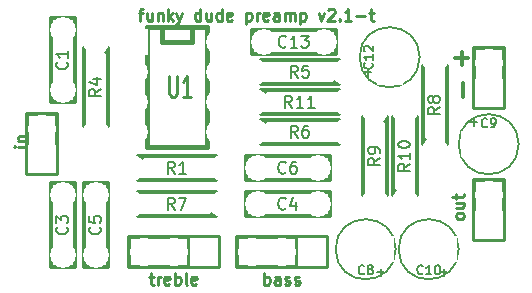
<source format=gto>
%FSLAX46Y46*%
G04 Gerber Fmt 4.6, Leading zero omitted, Abs format (unit mm)*
G04 Created by KiCad (PCBNEW (2014-10-18 BZR 5203)-product) date 09/12/2014 12:15:24*
%MOMM*%
G01*
G04 APERTURE LIST*
%ADD10C,0.150000*%
%ADD11C,0.300000*%
%ADD12C,0.250000*%
%ADD13C,0.247650*%
%ADD14C,0.304800*%
%ADD15C,0.127000*%
%ADD16C,0.381000*%
%ADD17C,0.203200*%
%ADD18C,0.177800*%
%ADD19C,0.285750*%
%ADD20C,2.178000*%
%ADD21R,2.178000X2.178000*%
%ADD22R,2.400000X2.400000*%
%ADD23C,2.400000*%
%ADD24R,2.686000X2.178000*%
%ADD25O,2.686000X2.178000*%
G04 APERTURE END LIST*
D10*
D11*
X181590143Y-113982428D02*
X181590143Y-112839571D01*
X180911572Y-110724143D02*
X182054429Y-110724143D01*
X181483000Y-111295571D02*
X181483000Y-110152714D01*
D12*
X181681381Y-124126524D02*
X181633762Y-124221762D01*
X181586143Y-124269381D01*
X181490905Y-124317000D01*
X181205190Y-124317000D01*
X181109952Y-124269381D01*
X181062333Y-124221762D01*
X181014714Y-124126524D01*
X181014714Y-123983666D01*
X181062333Y-123888428D01*
X181109952Y-123840809D01*
X181205190Y-123793190D01*
X181490905Y-123793190D01*
X181586143Y-123840809D01*
X181633762Y-123888428D01*
X181681381Y-123983666D01*
X181681381Y-124126524D01*
X181014714Y-122936047D02*
X181681381Y-122936047D01*
X181014714Y-123364619D02*
X181538524Y-123364619D01*
X181633762Y-123317000D01*
X181681381Y-123221762D01*
X181681381Y-123078904D01*
X181633762Y-122983666D01*
X181586143Y-122936047D01*
X181014714Y-122602714D02*
X181014714Y-122221762D01*
X180681381Y-122459857D02*
X181538524Y-122459857D01*
X181633762Y-122412238D01*
X181681381Y-122317000D01*
X181681381Y-122221762D01*
X144597381Y-118181381D02*
X143930714Y-118181381D01*
X143597381Y-118181381D02*
X143645000Y-118229000D01*
X143692619Y-118181381D01*
X143645000Y-118133762D01*
X143597381Y-118181381D01*
X143692619Y-118181381D01*
X143930714Y-117705191D02*
X144597381Y-117705191D01*
X144025952Y-117705191D02*
X143978333Y-117657572D01*
X143930714Y-117562334D01*
X143930714Y-117419476D01*
X143978333Y-117324238D01*
X144073571Y-117276619D01*
X144597381Y-117276619D01*
X164766809Y-129865381D02*
X164766809Y-128865381D01*
X164766809Y-129246333D02*
X164862047Y-129198714D01*
X165052524Y-129198714D01*
X165147762Y-129246333D01*
X165195381Y-129293952D01*
X165243000Y-129389190D01*
X165243000Y-129674905D01*
X165195381Y-129770143D01*
X165147762Y-129817762D01*
X165052524Y-129865381D01*
X164862047Y-129865381D01*
X164766809Y-129817762D01*
X166100143Y-129865381D02*
X166100143Y-129341571D01*
X166052524Y-129246333D01*
X165957286Y-129198714D01*
X165766809Y-129198714D01*
X165671571Y-129246333D01*
X166100143Y-129817762D02*
X166004905Y-129865381D01*
X165766809Y-129865381D01*
X165671571Y-129817762D01*
X165623952Y-129722524D01*
X165623952Y-129627286D01*
X165671571Y-129532048D01*
X165766809Y-129484429D01*
X166004905Y-129484429D01*
X166100143Y-129436810D01*
X166528714Y-129817762D02*
X166623952Y-129865381D01*
X166814428Y-129865381D01*
X166909667Y-129817762D01*
X166957286Y-129722524D01*
X166957286Y-129674905D01*
X166909667Y-129579667D01*
X166814428Y-129532048D01*
X166671571Y-129532048D01*
X166576333Y-129484429D01*
X166528714Y-129389190D01*
X166528714Y-129341571D01*
X166576333Y-129246333D01*
X166671571Y-129198714D01*
X166814428Y-129198714D01*
X166909667Y-129246333D01*
X167338238Y-129817762D02*
X167433476Y-129865381D01*
X167623952Y-129865381D01*
X167719191Y-129817762D01*
X167766810Y-129722524D01*
X167766810Y-129674905D01*
X167719191Y-129579667D01*
X167623952Y-129532048D01*
X167481095Y-129532048D01*
X167385857Y-129484429D01*
X167338238Y-129389190D01*
X167338238Y-129341571D01*
X167385857Y-129246333D01*
X167481095Y-129198714D01*
X167623952Y-129198714D01*
X167719191Y-129246333D01*
X155027571Y-129198714D02*
X155408523Y-129198714D01*
X155170428Y-128865381D02*
X155170428Y-129722524D01*
X155218047Y-129817762D01*
X155313285Y-129865381D01*
X155408523Y-129865381D01*
X155741857Y-129865381D02*
X155741857Y-129198714D01*
X155741857Y-129389190D02*
X155789476Y-129293952D01*
X155837095Y-129246333D01*
X155932333Y-129198714D01*
X156027572Y-129198714D01*
X156741858Y-129817762D02*
X156646620Y-129865381D01*
X156456143Y-129865381D01*
X156360905Y-129817762D01*
X156313286Y-129722524D01*
X156313286Y-129341571D01*
X156360905Y-129246333D01*
X156456143Y-129198714D01*
X156646620Y-129198714D01*
X156741858Y-129246333D01*
X156789477Y-129341571D01*
X156789477Y-129436810D01*
X156313286Y-129532048D01*
X157218048Y-129865381D02*
X157218048Y-128865381D01*
X157218048Y-129246333D02*
X157313286Y-129198714D01*
X157503763Y-129198714D01*
X157599001Y-129246333D01*
X157646620Y-129293952D01*
X157694239Y-129389190D01*
X157694239Y-129674905D01*
X157646620Y-129770143D01*
X157599001Y-129817762D01*
X157503763Y-129865381D01*
X157313286Y-129865381D01*
X157218048Y-129817762D01*
X158265667Y-129865381D02*
X158170429Y-129817762D01*
X158122810Y-129722524D01*
X158122810Y-128865381D01*
X159027573Y-129817762D02*
X158932335Y-129865381D01*
X158741858Y-129865381D01*
X158646620Y-129817762D01*
X158599001Y-129722524D01*
X158599001Y-129341571D01*
X158646620Y-129246333D01*
X158741858Y-129198714D01*
X158932335Y-129198714D01*
X159027573Y-129246333D01*
X159075192Y-129341571D01*
X159075192Y-129436810D01*
X158599001Y-129532048D01*
D13*
X154134457Y-106846714D02*
X154511828Y-106846714D01*
X154275971Y-107513381D02*
X154275971Y-106656238D01*
X154323143Y-106561000D01*
X154417485Y-106513381D01*
X154511828Y-106513381D01*
X155266571Y-106846714D02*
X155266571Y-107513381D01*
X154842028Y-106846714D02*
X154842028Y-107370524D01*
X154889200Y-107465762D01*
X154983542Y-107513381D01*
X155125057Y-107513381D01*
X155219400Y-107465762D01*
X155266571Y-107418143D01*
X155738285Y-106846714D02*
X155738285Y-107513381D01*
X155738285Y-106941952D02*
X155785457Y-106894333D01*
X155879799Y-106846714D01*
X156021314Y-106846714D01*
X156115657Y-106894333D01*
X156162828Y-106989571D01*
X156162828Y-107513381D01*
X156634542Y-107513381D02*
X156634542Y-106513381D01*
X156728885Y-107132429D02*
X157011914Y-107513381D01*
X157011914Y-106846714D02*
X156634542Y-107227667D01*
X157342113Y-106846714D02*
X157577970Y-107513381D01*
X157813828Y-106846714D02*
X157577970Y-107513381D01*
X157483628Y-107751476D01*
X157436456Y-107799095D01*
X157342113Y-107846714D01*
X159370485Y-107513381D02*
X159370485Y-106513381D01*
X159370485Y-107465762D02*
X159276142Y-107513381D01*
X159087456Y-107513381D01*
X158993114Y-107465762D01*
X158945942Y-107418143D01*
X158898771Y-107322905D01*
X158898771Y-107037190D01*
X158945942Y-106941952D01*
X158993114Y-106894333D01*
X159087456Y-106846714D01*
X159276142Y-106846714D01*
X159370485Y-106894333D01*
X160266742Y-106846714D02*
X160266742Y-107513381D01*
X159842199Y-106846714D02*
X159842199Y-107370524D01*
X159889371Y-107465762D01*
X159983713Y-107513381D01*
X160125228Y-107513381D01*
X160219571Y-107465762D01*
X160266742Y-107418143D01*
X161162999Y-107513381D02*
X161162999Y-106513381D01*
X161162999Y-107465762D02*
X161068656Y-107513381D01*
X160879970Y-107513381D01*
X160785628Y-107465762D01*
X160738456Y-107418143D01*
X160691285Y-107322905D01*
X160691285Y-107037190D01*
X160738456Y-106941952D01*
X160785628Y-106894333D01*
X160879970Y-106846714D01*
X161068656Y-106846714D01*
X161162999Y-106894333D01*
X162012085Y-107465762D02*
X161917742Y-107513381D01*
X161729056Y-107513381D01*
X161634713Y-107465762D01*
X161587542Y-107370524D01*
X161587542Y-106989571D01*
X161634713Y-106894333D01*
X161729056Y-106846714D01*
X161917742Y-106846714D01*
X162012085Y-106894333D01*
X162059256Y-106989571D01*
X162059256Y-107084810D01*
X161587542Y-107180048D01*
X163238542Y-106846714D02*
X163238542Y-107846714D01*
X163238542Y-106894333D02*
X163332885Y-106846714D01*
X163521571Y-106846714D01*
X163615914Y-106894333D01*
X163663085Y-106941952D01*
X163710256Y-107037190D01*
X163710256Y-107322905D01*
X163663085Y-107418143D01*
X163615914Y-107465762D01*
X163521571Y-107513381D01*
X163332885Y-107513381D01*
X163238542Y-107465762D01*
X164134799Y-107513381D02*
X164134799Y-106846714D01*
X164134799Y-107037190D02*
X164181971Y-106941952D01*
X164229142Y-106894333D01*
X164323485Y-106846714D01*
X164417828Y-106846714D01*
X165125400Y-107465762D02*
X165031057Y-107513381D01*
X164842371Y-107513381D01*
X164748028Y-107465762D01*
X164700857Y-107370524D01*
X164700857Y-106989571D01*
X164748028Y-106894333D01*
X164842371Y-106846714D01*
X165031057Y-106846714D01*
X165125400Y-106894333D01*
X165172571Y-106989571D01*
X165172571Y-107084810D01*
X164700857Y-107180048D01*
X166021657Y-107513381D02*
X166021657Y-106989571D01*
X165974486Y-106894333D01*
X165880143Y-106846714D01*
X165691457Y-106846714D01*
X165597114Y-106894333D01*
X166021657Y-107465762D02*
X165927314Y-107513381D01*
X165691457Y-107513381D01*
X165597114Y-107465762D01*
X165549943Y-107370524D01*
X165549943Y-107275286D01*
X165597114Y-107180048D01*
X165691457Y-107132429D01*
X165927314Y-107132429D01*
X166021657Y-107084810D01*
X166493371Y-107513381D02*
X166493371Y-106846714D01*
X166493371Y-106941952D02*
X166540543Y-106894333D01*
X166634885Y-106846714D01*
X166776400Y-106846714D01*
X166870743Y-106894333D01*
X166917914Y-106989571D01*
X166917914Y-107513381D01*
X166917914Y-106989571D02*
X166965085Y-106894333D01*
X167059428Y-106846714D01*
X167200943Y-106846714D01*
X167295285Y-106894333D01*
X167342457Y-106989571D01*
X167342457Y-107513381D01*
X167814171Y-106846714D02*
X167814171Y-107846714D01*
X167814171Y-106894333D02*
X167908514Y-106846714D01*
X168097200Y-106846714D01*
X168191543Y-106894333D01*
X168238714Y-106941952D01*
X168285885Y-107037190D01*
X168285885Y-107322905D01*
X168238714Y-107418143D01*
X168191543Y-107465762D01*
X168097200Y-107513381D01*
X167908514Y-107513381D01*
X167814171Y-107465762D01*
X169370828Y-106846714D02*
X169606685Y-107513381D01*
X169842543Y-106846714D01*
X170172743Y-106608619D02*
X170219914Y-106561000D01*
X170314257Y-106513381D01*
X170550114Y-106513381D01*
X170644457Y-106561000D01*
X170691628Y-106608619D01*
X170738800Y-106703857D01*
X170738800Y-106799095D01*
X170691628Y-106941952D01*
X170125571Y-107513381D01*
X170738800Y-107513381D01*
X171163343Y-107418143D02*
X171210515Y-107465762D01*
X171163343Y-107513381D01*
X171116172Y-107465762D01*
X171163343Y-107418143D01*
X171163343Y-107513381D01*
X172153943Y-107513381D02*
X171587886Y-107513381D01*
X171870914Y-107513381D02*
X171870914Y-106513381D01*
X171776571Y-106656238D01*
X171682229Y-106751476D01*
X171587886Y-106799095D01*
X172578486Y-107132429D02*
X173333229Y-107132429D01*
X173663429Y-106846714D02*
X174040800Y-106846714D01*
X173804943Y-106513381D02*
X173804943Y-107370524D01*
X173852115Y-107465762D01*
X173946457Y-107513381D01*
X174040800Y-107513381D01*
D14*
X146685000Y-114427000D02*
X146685000Y-107315000D01*
X146685000Y-107315000D02*
X148717000Y-107315000D01*
X148717000Y-107315000D02*
X148717000Y-114427000D01*
X148717000Y-114427000D02*
X146685000Y-114427000D01*
X147193000Y-114427000D02*
X146685000Y-113919000D01*
X148717000Y-121285000D02*
X148717000Y-128397000D01*
X148717000Y-128397000D02*
X146685000Y-128397000D01*
X146685000Y-128397000D02*
X146685000Y-121285000D01*
X146685000Y-121285000D02*
X148717000Y-121285000D01*
X148209000Y-121285000D02*
X148717000Y-121793000D01*
X163195000Y-122047000D02*
X170307000Y-122047000D01*
X170307000Y-122047000D02*
X170307000Y-124079000D01*
X170307000Y-124079000D02*
X163195000Y-124079000D01*
X163195000Y-124079000D02*
X163195000Y-122047000D01*
X163195000Y-122555000D02*
X163703000Y-122047000D01*
X149479000Y-128397000D02*
X149479000Y-121285000D01*
X149479000Y-121285000D02*
X151511000Y-121285000D01*
X151511000Y-121285000D02*
X151511000Y-128397000D01*
X151511000Y-128397000D02*
X149479000Y-128397000D01*
X149987000Y-128397000D02*
X149479000Y-127889000D01*
X163195000Y-118999000D02*
X170307000Y-118999000D01*
X170307000Y-118999000D02*
X170307000Y-121031000D01*
X170307000Y-121031000D02*
X163195000Y-121031000D01*
X163195000Y-121031000D02*
X163195000Y-118999000D01*
X163195000Y-119507000D02*
X163703000Y-118999000D01*
D15*
X175898173Y-126873000D02*
G75*
G03X175898173Y-126873000I-2543173J0D01*
G01*
X186312173Y-117983000D02*
G75*
G03X186312173Y-117983000I-2543173J0D01*
G01*
X181232173Y-126873000D02*
G75*
G03X181232173Y-126873000I-2543173J0D01*
G01*
X177930173Y-110617000D02*
G75*
G03X177930173Y-110617000I-2543173J0D01*
G01*
D14*
X163703000Y-108331000D02*
X170815000Y-108331000D01*
X170815000Y-108331000D02*
X170815000Y-110363000D01*
X170815000Y-110363000D02*
X163703000Y-110363000D01*
X163703000Y-110363000D02*
X163703000Y-108331000D01*
X163703000Y-108839000D02*
X164211000Y-108331000D01*
X153543000Y-120015000D02*
X154051000Y-120015000D01*
X161163000Y-120015000D02*
X160655000Y-120015000D01*
X160655000Y-120015000D02*
X160655000Y-118999000D01*
X160655000Y-118999000D02*
X154051000Y-118999000D01*
X154051000Y-118999000D02*
X154051000Y-121031000D01*
X154051000Y-121031000D02*
X160655000Y-121031000D01*
X160655000Y-121031000D02*
X160655000Y-120015000D01*
X154051000Y-119507000D02*
X154559000Y-118999000D01*
X171577000Y-111887000D02*
X171069000Y-111887000D01*
X163957000Y-111887000D02*
X164465000Y-111887000D01*
X164465000Y-111887000D02*
X164465000Y-112903000D01*
X164465000Y-112903000D02*
X171069000Y-112903000D01*
X171069000Y-112903000D02*
X171069000Y-110871000D01*
X171069000Y-110871000D02*
X164465000Y-110871000D01*
X164465000Y-110871000D02*
X164465000Y-111887000D01*
X171069000Y-112395000D02*
X170561000Y-112903000D01*
X163957000Y-116967000D02*
X164465000Y-116967000D01*
X171577000Y-116967000D02*
X171069000Y-116967000D01*
X171069000Y-116967000D02*
X171069000Y-115951000D01*
X171069000Y-115951000D02*
X164465000Y-115951000D01*
X164465000Y-115951000D02*
X164465000Y-117983000D01*
X164465000Y-117983000D02*
X171069000Y-117983000D01*
X171069000Y-117983000D02*
X171069000Y-116967000D01*
X164465000Y-116459000D02*
X164973000Y-115951000D01*
X161163000Y-123063000D02*
X160655000Y-123063000D01*
X153543000Y-123063000D02*
X154051000Y-123063000D01*
X154051000Y-123063000D02*
X154051000Y-124079000D01*
X154051000Y-124079000D02*
X160655000Y-124079000D01*
X160655000Y-124079000D02*
X160655000Y-122047000D01*
X160655000Y-122047000D02*
X154051000Y-122047000D01*
X154051000Y-122047000D02*
X154051000Y-123063000D01*
X160655000Y-123571000D02*
X160147000Y-124079000D01*
X179197000Y-118491000D02*
X179197000Y-117983000D01*
X179197000Y-110871000D02*
X179197000Y-111379000D01*
X179197000Y-111379000D02*
X178181000Y-111379000D01*
X178181000Y-111379000D02*
X178181000Y-117983000D01*
X178181000Y-117983000D02*
X180213000Y-117983000D01*
X180213000Y-117983000D02*
X180213000Y-111379000D01*
X180213000Y-111379000D02*
X179197000Y-111379000D01*
X178689000Y-117983000D02*
X178181000Y-117475000D01*
X174117000Y-115189000D02*
X174117000Y-115697000D01*
X174117000Y-122809000D02*
X174117000Y-122301000D01*
X174117000Y-122301000D02*
X175133000Y-122301000D01*
X175133000Y-122301000D02*
X175133000Y-115697000D01*
X175133000Y-115697000D02*
X173101000Y-115697000D01*
X173101000Y-115697000D02*
X173101000Y-122301000D01*
X173101000Y-122301000D02*
X174117000Y-122301000D01*
X174625000Y-115697000D02*
X175133000Y-116205000D01*
X176657000Y-122809000D02*
X176657000Y-122301000D01*
X176657000Y-115189000D02*
X176657000Y-115697000D01*
X176657000Y-115697000D02*
X175641000Y-115697000D01*
X175641000Y-115697000D02*
X175641000Y-122301000D01*
X175641000Y-122301000D02*
X177673000Y-122301000D01*
X177673000Y-122301000D02*
X177673000Y-115697000D01*
X177673000Y-115697000D02*
X176657000Y-115697000D01*
X176149000Y-122301000D02*
X175641000Y-121793000D01*
X163957000Y-114427000D02*
X164465000Y-114427000D01*
X171577000Y-114427000D02*
X171069000Y-114427000D01*
X171069000Y-114427000D02*
X171069000Y-113411000D01*
X171069000Y-113411000D02*
X164465000Y-113411000D01*
X164465000Y-113411000D02*
X164465000Y-115443000D01*
X164465000Y-115443000D02*
X171069000Y-115443000D01*
X171069000Y-115443000D02*
X171069000Y-114427000D01*
X164465000Y-113919000D02*
X164973000Y-113411000D01*
X150495000Y-109347000D02*
X150495000Y-109855000D01*
X150495000Y-116967000D02*
X150495000Y-116459000D01*
X150495000Y-116459000D02*
X151511000Y-116459000D01*
X151511000Y-116459000D02*
X151511000Y-109855000D01*
X151511000Y-109855000D02*
X149479000Y-109855000D01*
X149479000Y-109855000D02*
X149479000Y-116459000D01*
X149479000Y-116459000D02*
X150495000Y-116459000D01*
X151003000Y-109855000D02*
X151511000Y-110363000D01*
X170053000Y-125857000D02*
X170053000Y-128397000D01*
X170053000Y-128397000D02*
X162433000Y-128397000D01*
X162433000Y-128397000D02*
X162433000Y-125857000D01*
X162433000Y-125857000D02*
X170053000Y-125857000D01*
X167513000Y-128397000D02*
X167513000Y-125857000D01*
X160909000Y-125857000D02*
X160909000Y-128397000D01*
X160909000Y-128397000D02*
X153289000Y-128397000D01*
X153289000Y-128397000D02*
X153289000Y-125857000D01*
X153289000Y-125857000D02*
X160909000Y-125857000D01*
X158369000Y-128397000D02*
X158369000Y-125857000D01*
X147193000Y-120523000D02*
X144653000Y-120523000D01*
X144653000Y-120523000D02*
X144653000Y-115443000D01*
X144653000Y-115443000D02*
X147193000Y-115443000D01*
X147193000Y-115443000D02*
X147193000Y-120523000D01*
X185039000Y-126111000D02*
X182499000Y-126111000D01*
X182499000Y-126111000D02*
X182499000Y-121031000D01*
X182499000Y-121031000D02*
X185039000Y-121031000D01*
X185039000Y-121031000D02*
X185039000Y-126111000D01*
X185039000Y-114935000D02*
X182499000Y-114935000D01*
X182499000Y-114935000D02*
X182499000Y-109855000D01*
X182499000Y-109855000D02*
X185039000Y-109855000D01*
X185039000Y-109855000D02*
X185039000Y-114935000D01*
D16*
X158623000Y-108077000D02*
X158623000Y-109347000D01*
X158623000Y-109347000D02*
X156083000Y-109347000D01*
X156083000Y-109347000D02*
X156083000Y-108077000D01*
X159893000Y-108077000D02*
X159893000Y-118237000D01*
X159893000Y-118237000D02*
X154813000Y-118237000D01*
X154813000Y-118237000D02*
X154813000Y-108077000D01*
X154813000Y-108077000D02*
X159893000Y-108077000D01*
D17*
X148058143Y-111037666D02*
X148105762Y-111085285D01*
X148153381Y-111228142D01*
X148153381Y-111323380D01*
X148105762Y-111466238D01*
X148010524Y-111561476D01*
X147915286Y-111609095D01*
X147724810Y-111656714D01*
X147581952Y-111656714D01*
X147391476Y-111609095D01*
X147296238Y-111561476D01*
X147201000Y-111466238D01*
X147153381Y-111323380D01*
X147153381Y-111228142D01*
X147201000Y-111085285D01*
X147248619Y-111037666D01*
X148153381Y-110085285D02*
X148153381Y-110656714D01*
X148153381Y-110371000D02*
X147153381Y-110371000D01*
X147296238Y-110466238D01*
X147391476Y-110561476D01*
X147439095Y-110656714D01*
X148058143Y-125007666D02*
X148105762Y-125055285D01*
X148153381Y-125198142D01*
X148153381Y-125293380D01*
X148105762Y-125436238D01*
X148010524Y-125531476D01*
X147915286Y-125579095D01*
X147724810Y-125626714D01*
X147581952Y-125626714D01*
X147391476Y-125579095D01*
X147296238Y-125531476D01*
X147201000Y-125436238D01*
X147153381Y-125293380D01*
X147153381Y-125198142D01*
X147201000Y-125055285D01*
X147248619Y-125007666D01*
X147153381Y-124674333D02*
X147153381Y-124055285D01*
X147534333Y-124388619D01*
X147534333Y-124245761D01*
X147581952Y-124150523D01*
X147629571Y-124102904D01*
X147724810Y-124055285D01*
X147962905Y-124055285D01*
X148058143Y-124102904D01*
X148105762Y-124150523D01*
X148153381Y-124245761D01*
X148153381Y-124531476D01*
X148105762Y-124626714D01*
X148058143Y-124674333D01*
X166584334Y-123420143D02*
X166536715Y-123467762D01*
X166393858Y-123515381D01*
X166298620Y-123515381D01*
X166155762Y-123467762D01*
X166060524Y-123372524D01*
X166012905Y-123277286D01*
X165965286Y-123086810D01*
X165965286Y-122943952D01*
X166012905Y-122753476D01*
X166060524Y-122658238D01*
X166155762Y-122563000D01*
X166298620Y-122515381D01*
X166393858Y-122515381D01*
X166536715Y-122563000D01*
X166584334Y-122610619D01*
X167441477Y-122848714D02*
X167441477Y-123515381D01*
X167203381Y-122467762D02*
X166965286Y-123182048D01*
X167584334Y-123182048D01*
X150852143Y-125007666D02*
X150899762Y-125055285D01*
X150947381Y-125198142D01*
X150947381Y-125293380D01*
X150899762Y-125436238D01*
X150804524Y-125531476D01*
X150709286Y-125579095D01*
X150518810Y-125626714D01*
X150375952Y-125626714D01*
X150185476Y-125579095D01*
X150090238Y-125531476D01*
X149995000Y-125436238D01*
X149947381Y-125293380D01*
X149947381Y-125198142D01*
X149995000Y-125055285D01*
X150042619Y-125007666D01*
X149947381Y-124102904D02*
X149947381Y-124579095D01*
X150423571Y-124626714D01*
X150375952Y-124579095D01*
X150328333Y-124483857D01*
X150328333Y-124245761D01*
X150375952Y-124150523D01*
X150423571Y-124102904D01*
X150518810Y-124055285D01*
X150756905Y-124055285D01*
X150852143Y-124102904D01*
X150899762Y-124150523D01*
X150947381Y-124245761D01*
X150947381Y-124483857D01*
X150899762Y-124579095D01*
X150852143Y-124626714D01*
X166584334Y-120372143D02*
X166536715Y-120419762D01*
X166393858Y-120467381D01*
X166298620Y-120467381D01*
X166155762Y-120419762D01*
X166060524Y-120324524D01*
X166012905Y-120229286D01*
X165965286Y-120038810D01*
X165965286Y-119895952D01*
X166012905Y-119705476D01*
X166060524Y-119610238D01*
X166155762Y-119515000D01*
X166298620Y-119467381D01*
X166393858Y-119467381D01*
X166536715Y-119515000D01*
X166584334Y-119562619D01*
X167441477Y-119467381D02*
X167251000Y-119467381D01*
X167155762Y-119515000D01*
X167108143Y-119562619D01*
X167012905Y-119705476D01*
X166965286Y-119895952D01*
X166965286Y-120276905D01*
X167012905Y-120372143D01*
X167060524Y-120419762D01*
X167155762Y-120467381D01*
X167346239Y-120467381D01*
X167441477Y-120419762D01*
X167489096Y-120372143D01*
X167536715Y-120276905D01*
X167536715Y-120038810D01*
X167489096Y-119943571D01*
X167441477Y-119895952D01*
X167346239Y-119848333D01*
X167155762Y-119848333D01*
X167060524Y-119895952D01*
X167012905Y-119943571D01*
X166965286Y-120038810D01*
D15*
X173228000Y-128923143D02*
X173191714Y-128959429D01*
X173082857Y-128995714D01*
X173010286Y-128995714D01*
X172901429Y-128959429D01*
X172828857Y-128886857D01*
X172792572Y-128814286D01*
X172756286Y-128669143D01*
X172756286Y-128560286D01*
X172792572Y-128415143D01*
X172828857Y-128342571D01*
X172901429Y-128270000D01*
X173010286Y-128233714D01*
X173082857Y-128233714D01*
X173191714Y-128270000D01*
X173228000Y-128306286D01*
X173663429Y-128560286D02*
X173590857Y-128524000D01*
X173554572Y-128487714D01*
X173518286Y-128415143D01*
X173518286Y-128378857D01*
X173554572Y-128306286D01*
X173590857Y-128270000D01*
X173663429Y-128233714D01*
X173808572Y-128233714D01*
X173881143Y-128270000D01*
X173917429Y-128306286D01*
X173953714Y-128378857D01*
X173953714Y-128415143D01*
X173917429Y-128487714D01*
X173881143Y-128524000D01*
X173808572Y-128560286D01*
X173663429Y-128560286D01*
X173590857Y-128596571D01*
X173554572Y-128632857D01*
X173518286Y-128705429D01*
X173518286Y-128850571D01*
X173554572Y-128923143D01*
X173590857Y-128959429D01*
X173663429Y-128995714D01*
X173808572Y-128995714D01*
X173881143Y-128959429D01*
X173917429Y-128923143D01*
X173953714Y-128850571D01*
X173953714Y-128705429D01*
X173917429Y-128632857D01*
X173881143Y-128596571D01*
X173808572Y-128560286D01*
D18*
X174334715Y-128832429D02*
X174915286Y-128832429D01*
X174625000Y-129122714D02*
X174625000Y-128542143D01*
D15*
X183642000Y-116477143D02*
X183605714Y-116513429D01*
X183496857Y-116549714D01*
X183424286Y-116549714D01*
X183315429Y-116513429D01*
X183242857Y-116440857D01*
X183206572Y-116368286D01*
X183170286Y-116223143D01*
X183170286Y-116114286D01*
X183206572Y-115969143D01*
X183242857Y-115896571D01*
X183315429Y-115824000D01*
X183424286Y-115787714D01*
X183496857Y-115787714D01*
X183605714Y-115824000D01*
X183642000Y-115860286D01*
X184004857Y-116549714D02*
X184150000Y-116549714D01*
X184222572Y-116513429D01*
X184258857Y-116477143D01*
X184331429Y-116368286D01*
X184367714Y-116223143D01*
X184367714Y-115932857D01*
X184331429Y-115860286D01*
X184295143Y-115824000D01*
X184222572Y-115787714D01*
X184077429Y-115787714D01*
X184004857Y-115824000D01*
X183968572Y-115860286D01*
X183932286Y-115932857D01*
X183932286Y-116114286D01*
X183968572Y-116186857D01*
X184004857Y-116223143D01*
X184077429Y-116259429D01*
X184222572Y-116259429D01*
X184295143Y-116223143D01*
X184331429Y-116186857D01*
X184367714Y-116114286D01*
D18*
X182208715Y-116132429D02*
X182789286Y-116132429D01*
X182499000Y-116422714D02*
X182499000Y-115842143D01*
D15*
X178199143Y-128923143D02*
X178162857Y-128959429D01*
X178054000Y-128995714D01*
X177981429Y-128995714D01*
X177872572Y-128959429D01*
X177800000Y-128886857D01*
X177763715Y-128814286D01*
X177727429Y-128669143D01*
X177727429Y-128560286D01*
X177763715Y-128415143D01*
X177800000Y-128342571D01*
X177872572Y-128270000D01*
X177981429Y-128233714D01*
X178054000Y-128233714D01*
X178162857Y-128270000D01*
X178199143Y-128306286D01*
X178924857Y-128995714D02*
X178489429Y-128995714D01*
X178707143Y-128995714D02*
X178707143Y-128233714D01*
X178634572Y-128342571D01*
X178562000Y-128415143D01*
X178489429Y-128451429D01*
X179396571Y-128233714D02*
X179469143Y-128233714D01*
X179541714Y-128270000D01*
X179578000Y-128306286D01*
X179614286Y-128378857D01*
X179650571Y-128524000D01*
X179650571Y-128705429D01*
X179614286Y-128850571D01*
X179578000Y-128923143D01*
X179541714Y-128959429D01*
X179469143Y-128995714D01*
X179396571Y-128995714D01*
X179324000Y-128959429D01*
X179287714Y-128923143D01*
X179251429Y-128850571D01*
X179215143Y-128705429D01*
X179215143Y-128524000D01*
X179251429Y-128378857D01*
X179287714Y-128306286D01*
X179324000Y-128270000D01*
X179396571Y-128233714D01*
D18*
X179668715Y-128832429D02*
X180249286Y-128832429D01*
X179959000Y-129122714D02*
X179959000Y-128542143D01*
D15*
X173881143Y-111106857D02*
X173917429Y-111143143D01*
X173953714Y-111252000D01*
X173953714Y-111324571D01*
X173917429Y-111433428D01*
X173844857Y-111506000D01*
X173772286Y-111542285D01*
X173627143Y-111578571D01*
X173518286Y-111578571D01*
X173373143Y-111542285D01*
X173300571Y-111506000D01*
X173228000Y-111433428D01*
X173191714Y-111324571D01*
X173191714Y-111252000D01*
X173228000Y-111143143D01*
X173264286Y-111106857D01*
X173953714Y-110381143D02*
X173953714Y-110816571D01*
X173953714Y-110598857D02*
X173191714Y-110598857D01*
X173300571Y-110671428D01*
X173373143Y-110744000D01*
X173409429Y-110816571D01*
X173264286Y-110090857D02*
X173228000Y-110054571D01*
X173191714Y-109982000D01*
X173191714Y-109800571D01*
X173228000Y-109728000D01*
X173264286Y-109691714D01*
X173336857Y-109655429D01*
X173409429Y-109655429D01*
X173518286Y-109691714D01*
X173953714Y-110127143D01*
X173953714Y-109655429D01*
D18*
X173536429Y-112177285D02*
X173536429Y-111596714D01*
X173826714Y-111887000D02*
X173246143Y-111887000D01*
D17*
X166616143Y-109704143D02*
X166568524Y-109751762D01*
X166425667Y-109799381D01*
X166330429Y-109799381D01*
X166187571Y-109751762D01*
X166092333Y-109656524D01*
X166044714Y-109561286D01*
X165997095Y-109370810D01*
X165997095Y-109227952D01*
X166044714Y-109037476D01*
X166092333Y-108942238D01*
X166187571Y-108847000D01*
X166330429Y-108799381D01*
X166425667Y-108799381D01*
X166568524Y-108847000D01*
X166616143Y-108894619D01*
X167568524Y-109799381D02*
X166997095Y-109799381D01*
X167282809Y-109799381D02*
X167282809Y-108799381D01*
X167187571Y-108942238D01*
X167092333Y-109037476D01*
X166997095Y-109085095D01*
X167901857Y-108799381D02*
X168520905Y-108799381D01*
X168187571Y-109180333D01*
X168330429Y-109180333D01*
X168425667Y-109227952D01*
X168473286Y-109275571D01*
X168520905Y-109370810D01*
X168520905Y-109608905D01*
X168473286Y-109704143D01*
X168425667Y-109751762D01*
X168330429Y-109799381D01*
X168044714Y-109799381D01*
X167949476Y-109751762D01*
X167901857Y-109704143D01*
X157186334Y-120467381D02*
X156853000Y-119991190D01*
X156614905Y-120467381D02*
X156614905Y-119467381D01*
X156995858Y-119467381D01*
X157091096Y-119515000D01*
X157138715Y-119562619D01*
X157186334Y-119657857D01*
X157186334Y-119800714D01*
X157138715Y-119895952D01*
X157091096Y-119943571D01*
X156995858Y-119991190D01*
X156614905Y-119991190D01*
X158138715Y-120467381D02*
X157567286Y-120467381D01*
X157853000Y-120467381D02*
X157853000Y-119467381D01*
X157757762Y-119610238D01*
X157662524Y-119705476D01*
X157567286Y-119753095D01*
X167600334Y-112339381D02*
X167267000Y-111863190D01*
X167028905Y-112339381D02*
X167028905Y-111339381D01*
X167409858Y-111339381D01*
X167505096Y-111387000D01*
X167552715Y-111434619D01*
X167600334Y-111529857D01*
X167600334Y-111672714D01*
X167552715Y-111767952D01*
X167505096Y-111815571D01*
X167409858Y-111863190D01*
X167028905Y-111863190D01*
X168505096Y-111339381D02*
X168028905Y-111339381D01*
X167981286Y-111815571D01*
X168028905Y-111767952D01*
X168124143Y-111720333D01*
X168362239Y-111720333D01*
X168457477Y-111767952D01*
X168505096Y-111815571D01*
X168552715Y-111910810D01*
X168552715Y-112148905D01*
X168505096Y-112244143D01*
X168457477Y-112291762D01*
X168362239Y-112339381D01*
X168124143Y-112339381D01*
X168028905Y-112291762D01*
X167981286Y-112244143D01*
X167600334Y-117419381D02*
X167267000Y-116943190D01*
X167028905Y-117419381D02*
X167028905Y-116419381D01*
X167409858Y-116419381D01*
X167505096Y-116467000D01*
X167552715Y-116514619D01*
X167600334Y-116609857D01*
X167600334Y-116752714D01*
X167552715Y-116847952D01*
X167505096Y-116895571D01*
X167409858Y-116943190D01*
X167028905Y-116943190D01*
X168457477Y-116419381D02*
X168267000Y-116419381D01*
X168171762Y-116467000D01*
X168124143Y-116514619D01*
X168028905Y-116657476D01*
X167981286Y-116847952D01*
X167981286Y-117228905D01*
X168028905Y-117324143D01*
X168076524Y-117371762D01*
X168171762Y-117419381D01*
X168362239Y-117419381D01*
X168457477Y-117371762D01*
X168505096Y-117324143D01*
X168552715Y-117228905D01*
X168552715Y-116990810D01*
X168505096Y-116895571D01*
X168457477Y-116847952D01*
X168362239Y-116800333D01*
X168171762Y-116800333D01*
X168076524Y-116847952D01*
X168028905Y-116895571D01*
X167981286Y-116990810D01*
X157186334Y-123515381D02*
X156853000Y-123039190D01*
X156614905Y-123515381D02*
X156614905Y-122515381D01*
X156995858Y-122515381D01*
X157091096Y-122563000D01*
X157138715Y-122610619D01*
X157186334Y-122705857D01*
X157186334Y-122848714D01*
X157138715Y-122943952D01*
X157091096Y-122991571D01*
X156995858Y-123039190D01*
X156614905Y-123039190D01*
X157519667Y-122515381D02*
X158186334Y-122515381D01*
X157757762Y-123515381D01*
X179649381Y-114847666D02*
X179173190Y-115181000D01*
X179649381Y-115419095D02*
X178649381Y-115419095D01*
X178649381Y-115038142D01*
X178697000Y-114942904D01*
X178744619Y-114895285D01*
X178839857Y-114847666D01*
X178982714Y-114847666D01*
X179077952Y-114895285D01*
X179125571Y-114942904D01*
X179173190Y-115038142D01*
X179173190Y-115419095D01*
X179077952Y-114276238D02*
X179030333Y-114371476D01*
X178982714Y-114419095D01*
X178887476Y-114466714D01*
X178839857Y-114466714D01*
X178744619Y-114419095D01*
X178697000Y-114371476D01*
X178649381Y-114276238D01*
X178649381Y-114085761D01*
X178697000Y-113990523D01*
X178744619Y-113942904D01*
X178839857Y-113895285D01*
X178887476Y-113895285D01*
X178982714Y-113942904D01*
X179030333Y-113990523D01*
X179077952Y-114085761D01*
X179077952Y-114276238D01*
X179125571Y-114371476D01*
X179173190Y-114419095D01*
X179268429Y-114466714D01*
X179458905Y-114466714D01*
X179554143Y-114419095D01*
X179601762Y-114371476D01*
X179649381Y-114276238D01*
X179649381Y-114085761D01*
X179601762Y-113990523D01*
X179554143Y-113942904D01*
X179458905Y-113895285D01*
X179268429Y-113895285D01*
X179173190Y-113942904D01*
X179125571Y-113990523D01*
X179077952Y-114085761D01*
X174569381Y-119165666D02*
X174093190Y-119499000D01*
X174569381Y-119737095D02*
X173569381Y-119737095D01*
X173569381Y-119356142D01*
X173617000Y-119260904D01*
X173664619Y-119213285D01*
X173759857Y-119165666D01*
X173902714Y-119165666D01*
X173997952Y-119213285D01*
X174045571Y-119260904D01*
X174093190Y-119356142D01*
X174093190Y-119737095D01*
X174569381Y-118689476D02*
X174569381Y-118499000D01*
X174521762Y-118403761D01*
X174474143Y-118356142D01*
X174331286Y-118260904D01*
X174140810Y-118213285D01*
X173759857Y-118213285D01*
X173664619Y-118260904D01*
X173617000Y-118308523D01*
X173569381Y-118403761D01*
X173569381Y-118594238D01*
X173617000Y-118689476D01*
X173664619Y-118737095D01*
X173759857Y-118784714D01*
X173997952Y-118784714D01*
X174093190Y-118737095D01*
X174140810Y-118689476D01*
X174188429Y-118594238D01*
X174188429Y-118403761D01*
X174140810Y-118308523D01*
X174093190Y-118260904D01*
X173997952Y-118213285D01*
X177109381Y-119641857D02*
X176633190Y-119975191D01*
X177109381Y-120213286D02*
X176109381Y-120213286D01*
X176109381Y-119832333D01*
X176157000Y-119737095D01*
X176204619Y-119689476D01*
X176299857Y-119641857D01*
X176442714Y-119641857D01*
X176537952Y-119689476D01*
X176585571Y-119737095D01*
X176633190Y-119832333D01*
X176633190Y-120213286D01*
X177109381Y-118689476D02*
X177109381Y-119260905D01*
X177109381Y-118975191D02*
X176109381Y-118975191D01*
X176252238Y-119070429D01*
X176347476Y-119165667D01*
X176395095Y-119260905D01*
X176109381Y-118070429D02*
X176109381Y-117975190D01*
X176157000Y-117879952D01*
X176204619Y-117832333D01*
X176299857Y-117784714D01*
X176490333Y-117737095D01*
X176728429Y-117737095D01*
X176918905Y-117784714D01*
X177014143Y-117832333D01*
X177061762Y-117879952D01*
X177109381Y-117975190D01*
X177109381Y-118070429D01*
X177061762Y-118165667D01*
X177014143Y-118213286D01*
X176918905Y-118260905D01*
X176728429Y-118308524D01*
X176490333Y-118308524D01*
X176299857Y-118260905D01*
X176204619Y-118213286D01*
X176157000Y-118165667D01*
X176109381Y-118070429D01*
X167124143Y-114879381D02*
X166790809Y-114403190D01*
X166552714Y-114879381D02*
X166552714Y-113879381D01*
X166933667Y-113879381D01*
X167028905Y-113927000D01*
X167076524Y-113974619D01*
X167124143Y-114069857D01*
X167124143Y-114212714D01*
X167076524Y-114307952D01*
X167028905Y-114355571D01*
X166933667Y-114403190D01*
X166552714Y-114403190D01*
X168076524Y-114879381D02*
X167505095Y-114879381D01*
X167790809Y-114879381D02*
X167790809Y-113879381D01*
X167695571Y-114022238D01*
X167600333Y-114117476D01*
X167505095Y-114165095D01*
X169028905Y-114879381D02*
X168457476Y-114879381D01*
X168743190Y-114879381D02*
X168743190Y-113879381D01*
X168647952Y-114022238D01*
X168552714Y-114117476D01*
X168457476Y-114165095D01*
X150947381Y-113323666D02*
X150471190Y-113657000D01*
X150947381Y-113895095D02*
X149947381Y-113895095D01*
X149947381Y-113514142D01*
X149995000Y-113418904D01*
X150042619Y-113371285D01*
X150137857Y-113323666D01*
X150280714Y-113323666D01*
X150375952Y-113371285D01*
X150423571Y-113418904D01*
X150471190Y-113514142D01*
X150471190Y-113895095D01*
X150280714Y-112466523D02*
X150947381Y-112466523D01*
X149899762Y-112704619D02*
X150614048Y-112942714D01*
X150614048Y-112323666D01*
D19*
X156736143Y-112183333D02*
X156736143Y-113622667D01*
X156790571Y-113792000D01*
X156845000Y-113876667D01*
X156953857Y-113961333D01*
X157171571Y-113961333D01*
X157280429Y-113876667D01*
X157334857Y-113792000D01*
X157389286Y-113622667D01*
X157389286Y-112183333D01*
X158532286Y-113961333D02*
X157879143Y-113961333D01*
X158205715Y-113961333D02*
X158205715Y-112183333D01*
X158096858Y-112437333D01*
X157988000Y-112606667D01*
X157879143Y-112691333D01*
D14*
%LPC*%
D20*
X147701000Y-113411000D03*
X147701000Y-108331000D03*
X147701000Y-122301000D03*
X147701000Y-127381000D03*
X164211000Y-123063000D03*
X169291000Y-123063000D03*
X150495000Y-127381000D03*
X150495000Y-122301000D03*
X164211000Y-120015000D03*
X169291000Y-120015000D03*
D21*
X174625000Y-126873000D03*
D20*
X172085000Y-126873000D03*
D21*
X182499000Y-117983000D03*
D20*
X185039000Y-117983000D03*
D21*
X179959000Y-126873000D03*
D20*
X177419000Y-126873000D03*
D21*
X175387000Y-111887000D03*
D20*
X175387000Y-109347000D03*
X164719000Y-109347000D03*
X169799000Y-109347000D03*
X153543000Y-120015000D03*
X161163000Y-120015000D03*
X171577000Y-111887000D03*
X163957000Y-111887000D03*
X163957000Y-116967000D03*
X171577000Y-116967000D03*
X161163000Y-123063000D03*
X153543000Y-123063000D03*
X179197000Y-118491000D03*
X179197000Y-110871000D03*
X174117000Y-115189000D03*
X174117000Y-122809000D03*
X176657000Y-122809000D03*
X176657000Y-115189000D03*
X163957000Y-114427000D03*
X171577000Y-114427000D03*
X150495000Y-109347000D03*
X150495000Y-116967000D03*
D22*
X168783000Y-127127000D03*
D23*
X166243000Y-127127000D03*
X163703000Y-127127000D03*
D22*
X159639000Y-127127000D03*
D23*
X157099000Y-127127000D03*
X154559000Y-127127000D03*
D22*
X145923000Y-119253000D03*
D23*
X145923000Y-116713000D03*
D22*
X183769000Y-124841000D03*
D23*
X183769000Y-122301000D03*
D22*
X183769000Y-113665000D03*
D23*
X183769000Y-111125000D03*
D24*
X153543000Y-109347000D03*
D25*
X153543000Y-111887000D03*
X153543000Y-114427000D03*
X153543000Y-116967000D03*
X161163000Y-116967000D03*
X161163000Y-114427000D03*
X161163000Y-111887000D03*
X161163000Y-109347000D03*
M02*

</source>
